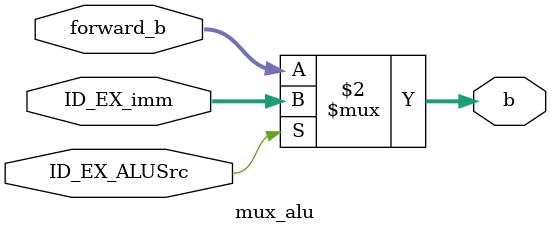
<source format=v>
module mux_alu(
  input  			   ID_EX_ALUSrc,
  input  		[31:0] forward_b, ID_EX_imm,
  output reg		[31:0] b
  );

always@(*)
begin
  b <= ID_EX_ALUSrc ?  ID_EX_imm:forward_b;
end


endmodule


// To call this module:
//  mux_alu #(32)   mux(RegisterData, ImmValue, ContSelector, OutB);

</source>
